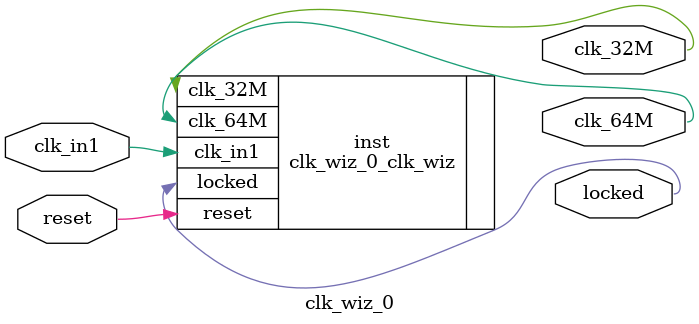
<source format=v>


`timescale 1ps/1ps

(* CORE_GENERATION_INFO = "clk_wiz_0,clk_wiz_v6_0_13_0_0,{component_name=clk_wiz_0,use_phase_alignment=true,use_min_o_jitter=false,use_max_i_jitter=false,use_dyn_phase_shift=false,use_inclk_switchover=false,use_dyn_reconfig=false,enable_axi=0,feedback_source=FDBK_AUTO,PRIMITIVE=PLL,num_out_clk=2,clkin1_period=31.250,clkin2_period=10.0,use_power_down=false,use_reset=true,use_locked=true,use_inclk_stopped=false,feedback_type=SINGLE,CLOCK_MGR_TYPE=NA,manual_override=false}" *)

module clk_wiz_0 
 (
  // Clock out ports
  output        clk_32M,
  output        clk_64M,
  // Status and control signals
  input         reset,
  output        locked,
 // Clock in ports
  input         clk_in1
 );

  clk_wiz_0_clk_wiz inst
  (
  // Clock out ports  
  .clk_32M(clk_32M),
  .clk_64M(clk_64M),
  // Status and control signals               
  .reset(reset), 
  .locked(locked),
 // Clock in ports
  .clk_in1(clk_in1)
  );

endmodule

</source>
